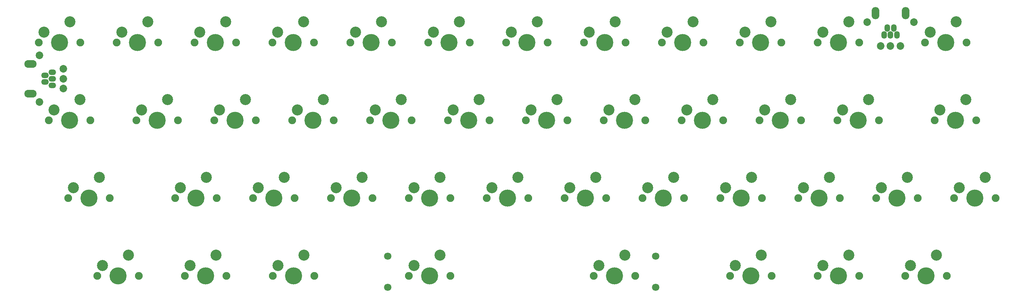
<source format=gts>
G04 (created by PCBNEW (2013-07-07 BZR 4022)-stable) date 7/6/2014 3:39:49 PM*
%MOIN*%
G04 Gerber Fmt 3.4, Leading zero omitted, Abs format*
%FSLAX34Y34*%
G01*
G70*
G90*
G04 APERTURE LIST*
%ADD10C,0.00590551*%
%ADD11C,0.0709921*%
%ADD12C,0.1647*%
%ADD13C,0.1064*%
%ADD14C,0.0749*%
%ADD15O,0.053X0.073*%
%ADD16O,0.075X0.118*%
%ADD17C,0.073*%
%ADD18O,0.073X0.053*%
%ADD19O,0.118X0.075*%
G04 APERTURE END LIST*
G54D10*
G54D11*
X63600Y-58100D03*
X63600Y-55100D03*
X89400Y-58100D03*
X89400Y-55100D03*
G54D12*
X37632Y-57000D03*
G54D13*
X38632Y-55000D03*
X36132Y-56000D03*
G54D14*
X35632Y-57000D03*
X39632Y-57000D03*
G54D12*
X67625Y-57000D03*
G54D13*
X68625Y-55000D03*
X66125Y-56000D03*
G54D14*
X65625Y-57000D03*
X69625Y-57000D03*
G54D12*
X98541Y-57000D03*
G54D13*
X99541Y-55000D03*
X97041Y-56000D03*
G54D14*
X96541Y-57000D03*
X100541Y-57000D03*
G54D12*
X34812Y-49500D03*
G54D13*
X35812Y-47500D03*
X33312Y-48500D03*
G54D14*
X32812Y-49500D03*
X36812Y-49500D03*
G54D12*
X117312Y-34500D03*
G54D13*
X118312Y-32500D03*
X115812Y-33500D03*
G54D14*
X115312Y-34500D03*
X119312Y-34500D03*
G54D12*
X101370Y-42000D03*
G54D13*
X102370Y-40000D03*
X99870Y-41000D03*
G54D14*
X99370Y-42000D03*
X103370Y-42000D03*
G54D12*
X93870Y-42000D03*
G54D13*
X94870Y-40000D03*
X92370Y-41000D03*
G54D14*
X91870Y-42000D03*
X95870Y-42000D03*
G54D12*
X86370Y-42000D03*
G54D13*
X87370Y-40000D03*
X84870Y-41000D03*
G54D14*
X84370Y-42000D03*
X88370Y-42000D03*
G54D12*
X78870Y-42000D03*
G54D13*
X79870Y-40000D03*
X77370Y-41000D03*
G54D14*
X76870Y-42000D03*
X80870Y-42000D03*
G54D12*
X71370Y-42000D03*
G54D13*
X72370Y-40000D03*
X69870Y-41000D03*
G54D14*
X69370Y-42000D03*
X73370Y-42000D03*
G54D12*
X63870Y-42000D03*
G54D13*
X64870Y-40000D03*
X62370Y-41000D03*
G54D14*
X61870Y-42000D03*
X65870Y-42000D03*
G54D12*
X56370Y-42000D03*
G54D13*
X57370Y-40000D03*
X54870Y-41000D03*
G54D14*
X54370Y-42000D03*
X58370Y-42000D03*
G54D12*
X48870Y-42000D03*
G54D13*
X49870Y-40000D03*
X47370Y-41000D03*
G54D14*
X46870Y-42000D03*
X50870Y-42000D03*
G54D12*
X41370Y-42000D03*
G54D13*
X42370Y-40000D03*
X39870Y-41000D03*
G54D14*
X39370Y-42000D03*
X43370Y-42000D03*
G54D12*
X32935Y-42000D03*
G54D13*
X33935Y-40000D03*
X31435Y-41000D03*
G54D14*
X30935Y-42000D03*
X34935Y-42000D03*
G54D12*
X77000Y-34500D03*
G54D13*
X78000Y-32500D03*
X75500Y-33500D03*
G54D14*
X75000Y-34500D03*
X79000Y-34500D03*
G54D12*
X107000Y-34500D03*
G54D13*
X108000Y-32500D03*
X105500Y-33500D03*
G54D14*
X105000Y-34500D03*
X109000Y-34500D03*
G54D12*
X99500Y-34500D03*
G54D13*
X100500Y-32500D03*
X98000Y-33500D03*
G54D14*
X97500Y-34500D03*
X101500Y-34500D03*
G54D12*
X84500Y-34500D03*
G54D13*
X85500Y-32500D03*
X83000Y-33500D03*
G54D14*
X82500Y-34500D03*
X86500Y-34500D03*
G54D12*
X69500Y-34500D03*
G54D13*
X70500Y-32500D03*
X68000Y-33500D03*
G54D14*
X67500Y-34500D03*
X71500Y-34500D03*
G54D12*
X62000Y-34500D03*
G54D13*
X63000Y-32500D03*
X60500Y-33500D03*
G54D14*
X60000Y-34500D03*
X64000Y-34500D03*
G54D12*
X54500Y-34500D03*
G54D13*
X55500Y-32500D03*
X53000Y-33500D03*
G54D14*
X52500Y-34500D03*
X56500Y-34500D03*
G54D12*
X47000Y-34500D03*
G54D13*
X48000Y-32500D03*
X45500Y-33500D03*
G54D14*
X45000Y-34500D03*
X49000Y-34500D03*
G54D12*
X39500Y-34500D03*
G54D13*
X40500Y-32500D03*
X38000Y-33500D03*
G54D14*
X37500Y-34500D03*
X41500Y-34500D03*
G54D12*
X32000Y-34500D03*
G54D13*
X33000Y-32500D03*
X30500Y-33500D03*
G54D14*
X30000Y-34500D03*
X34000Y-34500D03*
G54D12*
X108870Y-42000D03*
G54D13*
X109870Y-40000D03*
X107370Y-41000D03*
G54D14*
X106870Y-42000D03*
X110870Y-42000D03*
G54D12*
X92000Y-34500D03*
G54D13*
X93000Y-32500D03*
X90500Y-33500D03*
G54D14*
X90000Y-34500D03*
X94000Y-34500D03*
G54D12*
X115411Y-57000D03*
G54D13*
X116411Y-55000D03*
X113911Y-56000D03*
G54D14*
X113411Y-57000D03*
X117411Y-57000D03*
G54D12*
X106976Y-57000D03*
G54D13*
X107976Y-55000D03*
X105476Y-56000D03*
G54D14*
X104976Y-57000D03*
X108976Y-57000D03*
G54D12*
X85419Y-57000D03*
G54D13*
X86419Y-55000D03*
X83919Y-56000D03*
G54D14*
X83419Y-57000D03*
X87419Y-57000D03*
G54D12*
X54502Y-57000D03*
G54D13*
X55502Y-55000D03*
X53002Y-56000D03*
G54D14*
X52502Y-57000D03*
X56502Y-57000D03*
G54D12*
X46067Y-57000D03*
G54D13*
X47067Y-55000D03*
X44567Y-56000D03*
G54D14*
X44067Y-57000D03*
X48067Y-57000D03*
G54D12*
X120125Y-49500D03*
G54D13*
X121125Y-47500D03*
X118625Y-48500D03*
G54D14*
X118125Y-49500D03*
X122125Y-49500D03*
G54D12*
X112625Y-49500D03*
G54D13*
X113625Y-47500D03*
X111125Y-48500D03*
G54D14*
X110625Y-49500D03*
X114625Y-49500D03*
G54D12*
X105125Y-49500D03*
G54D13*
X106125Y-47500D03*
X103625Y-48500D03*
G54D14*
X103125Y-49500D03*
X107125Y-49500D03*
G54D12*
X97625Y-49500D03*
G54D13*
X98625Y-47500D03*
X96125Y-48500D03*
G54D14*
X95625Y-49500D03*
X99625Y-49500D03*
G54D12*
X90125Y-49500D03*
G54D13*
X91125Y-47500D03*
X88625Y-48500D03*
G54D14*
X88125Y-49500D03*
X92125Y-49500D03*
G54D12*
X82625Y-49500D03*
G54D13*
X83625Y-47500D03*
X81125Y-48500D03*
G54D14*
X80625Y-49500D03*
X84625Y-49500D03*
G54D12*
X75125Y-49500D03*
G54D13*
X76125Y-47500D03*
X73625Y-48500D03*
G54D14*
X73125Y-49500D03*
X77125Y-49500D03*
G54D12*
X67625Y-49500D03*
G54D13*
X68625Y-47500D03*
X66125Y-48500D03*
G54D14*
X65625Y-49500D03*
X69625Y-49500D03*
G54D12*
X60125Y-49500D03*
G54D13*
X61125Y-47500D03*
X58625Y-48500D03*
G54D14*
X58125Y-49500D03*
X62125Y-49500D03*
G54D12*
X52625Y-49500D03*
G54D13*
X53625Y-47500D03*
X51125Y-48500D03*
G54D14*
X50625Y-49500D03*
X54625Y-49500D03*
G54D12*
X45125Y-49500D03*
G54D13*
X46125Y-47500D03*
X43625Y-48500D03*
G54D14*
X43125Y-49500D03*
X47125Y-49500D03*
G54D12*
X118245Y-42000D03*
G54D13*
X119245Y-40000D03*
X116745Y-41000D03*
G54D14*
X116245Y-42000D03*
X120245Y-42000D03*
G54D15*
X111370Y-33785D03*
X111685Y-33097D03*
X112000Y-33785D03*
X112315Y-33097D03*
X112630Y-33785D03*
G54D16*
X113436Y-31689D03*
X110564Y-31689D03*
G54D17*
X111050Y-34850D03*
X109750Y-32550D03*
X112000Y-34850D03*
X114250Y-32550D03*
X112950Y-34850D03*
G54D18*
X31285Y-38630D03*
X30597Y-38315D03*
X31285Y-38000D03*
X30597Y-37685D03*
X31285Y-37370D03*
G54D19*
X29189Y-36564D03*
X29189Y-39436D03*
G54D17*
X32350Y-38950D03*
X30050Y-40250D03*
X32350Y-38000D03*
X30050Y-35750D03*
X32350Y-37050D03*
M02*

</source>
